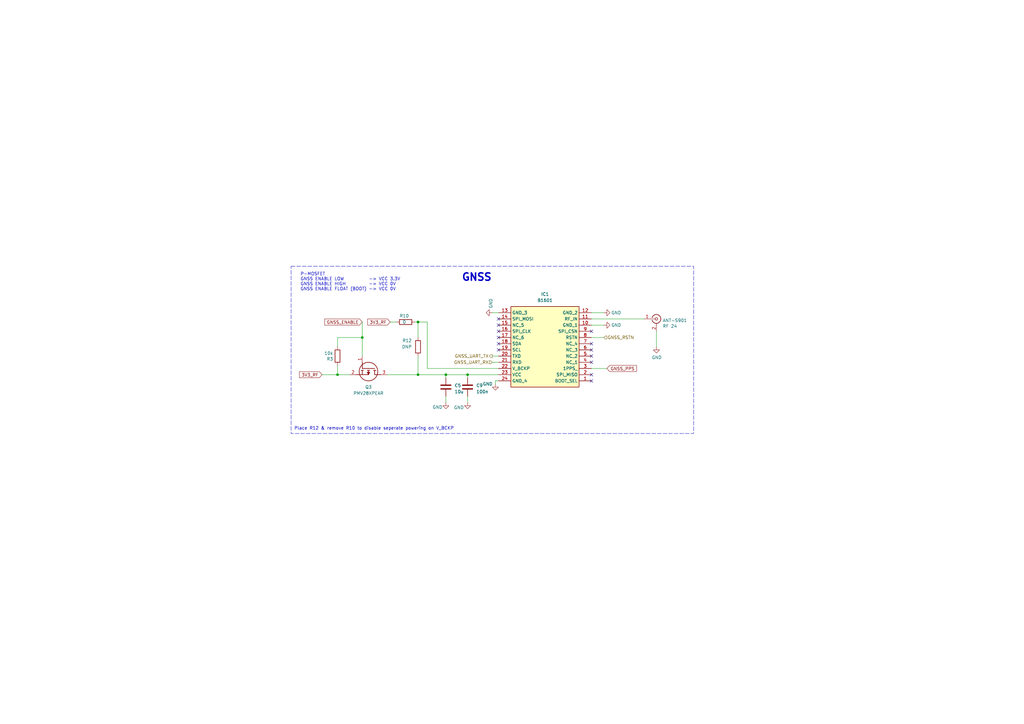
<source format=kicad_sch>
(kicad_sch
	(version 20231120)
	(generator "eeschema")
	(generator_version "8.0")
	(uuid "e76ed5b3-3300-4086-a950-0e5fe7abe0d2")
	(paper "A3")
	(title_block
		(title "SatNOGS COMMS")
		(date "2020-02-20")
		(comment 1 "CERN OHL version 1.2")
	)
	(lib_symbols
		(symbol "Connector:Conn_Coaxial"
			(pin_names
				(offset 1.016) hide)
			(exclude_from_sim no)
			(in_bom yes)
			(on_board yes)
			(property "Reference" "J"
				(at 0.254 3.048 0)
				(effects
					(font
						(size 1.27 1.27)
					)
				)
			)
			(property "Value" "Conn_Coaxial"
				(at 2.921 0 90)
				(effects
					(font
						(size 1.27 1.27)
					)
				)
			)
			(property "Footprint" ""
				(at 0 0 0)
				(effects
					(font
						(size 1.27 1.27)
					)
					(hide yes)
				)
			)
			(property "Datasheet" " ~"
				(at 0 0 0)
				(effects
					(font
						(size 1.27 1.27)
					)
					(hide yes)
				)
			)
			(property "Description" "coaxial connector (BNC, SMA, SMB, SMC, Cinch/RCA, LEMO, ...)"
				(at 0 0 0)
				(effects
					(font
						(size 1.27 1.27)
					)
					(hide yes)
				)
			)
			(property "ki_keywords" "BNC SMA SMB SMC LEMO coaxial connector CINCH RCA"
				(at 0 0 0)
				(effects
					(font
						(size 1.27 1.27)
					)
					(hide yes)
				)
			)
			(property "ki_fp_filters" "*BNC* *SMA* *SMB* *SMC* *Cinch* *LEMO*"
				(at 0 0 0)
				(effects
					(font
						(size 1.27 1.27)
					)
					(hide yes)
				)
			)
			(symbol "Conn_Coaxial_0_1"
				(arc
					(start -1.778 -0.508)
					(mid 0.2311 -1.8066)
					(end 1.778 0)
					(stroke
						(width 0.254)
						(type default)
					)
					(fill
						(type none)
					)
				)
				(polyline
					(pts
						(xy -2.54 0) (xy -0.508 0)
					)
					(stroke
						(width 0)
						(type default)
					)
					(fill
						(type none)
					)
				)
				(polyline
					(pts
						(xy 0 -2.54) (xy 0 -1.778)
					)
					(stroke
						(width 0)
						(type default)
					)
					(fill
						(type none)
					)
				)
				(circle
					(center 0 0)
					(radius 0.508)
					(stroke
						(width 0.2032)
						(type default)
					)
					(fill
						(type none)
					)
				)
				(arc
					(start 1.778 0)
					(mid 0.2099 1.8101)
					(end -1.778 0.508)
					(stroke
						(width 0.254)
						(type default)
					)
					(fill
						(type none)
					)
				)
			)
			(symbol "Conn_Coaxial_1_1"
				(pin passive line
					(at -5.08 0 0)
					(length 2.54)
					(name "In"
						(effects
							(font
								(size 1.27 1.27)
							)
						)
					)
					(number "1"
						(effects
							(font
								(size 1.27 1.27)
							)
						)
					)
				)
				(pin passive line
					(at 0 -5.08 90)
					(length 2.54)
					(name "Ext"
						(effects
							(font
								(size 1.27 1.27)
							)
						)
					)
					(number "2"
						(effects
							(font
								(size 1.27 1.27)
							)
						)
					)
				)
			)
		)
		(symbol "Device:C"
			(pin_numbers hide)
			(pin_names
				(offset 0.254)
			)
			(exclude_from_sim no)
			(in_bom yes)
			(on_board yes)
			(property "Reference" "C"
				(at 0.635 2.54 0)
				(effects
					(font
						(size 1.27 1.27)
					)
					(justify left)
				)
			)
			(property "Value" "C"
				(at 0.635 -2.54 0)
				(effects
					(font
						(size 1.27 1.27)
					)
					(justify left)
				)
			)
			(property "Footprint" ""
				(at 0.9652 -3.81 0)
				(effects
					(font
						(size 1.27 1.27)
					)
					(hide yes)
				)
			)
			(property "Datasheet" "~"
				(at 0 0 0)
				(effects
					(font
						(size 1.27 1.27)
					)
					(hide yes)
				)
			)
			(property "Description" "Unpolarized capacitor"
				(at 0 0 0)
				(effects
					(font
						(size 1.27 1.27)
					)
					(hide yes)
				)
			)
			(property "ki_keywords" "cap capacitor"
				(at 0 0 0)
				(effects
					(font
						(size 1.27 1.27)
					)
					(hide yes)
				)
			)
			(property "ki_fp_filters" "C_*"
				(at 0 0 0)
				(effects
					(font
						(size 1.27 1.27)
					)
					(hide yes)
				)
			)
			(symbol "C_0_1"
				(polyline
					(pts
						(xy -2.032 -0.762) (xy 2.032 -0.762)
					)
					(stroke
						(width 0.508)
						(type default)
					)
					(fill
						(type none)
					)
				)
				(polyline
					(pts
						(xy -2.032 0.762) (xy 2.032 0.762)
					)
					(stroke
						(width 0.508)
						(type default)
					)
					(fill
						(type none)
					)
				)
			)
			(symbol "C_1_1"
				(pin passive line
					(at 0 3.81 270)
					(length 2.794)
					(name "~"
						(effects
							(font
								(size 1.27 1.27)
							)
						)
					)
					(number "1"
						(effects
							(font
								(size 1.27 1.27)
							)
						)
					)
				)
				(pin passive line
					(at 0 -3.81 90)
					(length 2.794)
					(name "~"
						(effects
							(font
								(size 1.27 1.27)
							)
						)
					)
					(number "2"
						(effects
							(font
								(size 1.27 1.27)
							)
						)
					)
				)
			)
		)
		(symbol "Device:R"
			(pin_numbers hide)
			(pin_names
				(offset 0)
			)
			(exclude_from_sim no)
			(in_bom yes)
			(on_board yes)
			(property "Reference" "R"
				(at 2.032 0 90)
				(effects
					(font
						(size 1.27 1.27)
					)
				)
			)
			(property "Value" "R"
				(at 0 0 90)
				(effects
					(font
						(size 1.27 1.27)
					)
				)
			)
			(property "Footprint" ""
				(at -1.778 0 90)
				(effects
					(font
						(size 1.27 1.27)
					)
					(hide yes)
				)
			)
			(property "Datasheet" "~"
				(at 0 0 0)
				(effects
					(font
						(size 1.27 1.27)
					)
					(hide yes)
				)
			)
			(property "Description" "Resistor"
				(at 0 0 0)
				(effects
					(font
						(size 1.27 1.27)
					)
					(hide yes)
				)
			)
			(property "ki_keywords" "R res resistor"
				(at 0 0 0)
				(effects
					(font
						(size 1.27 1.27)
					)
					(hide yes)
				)
			)
			(property "ki_fp_filters" "R_*"
				(at 0 0 0)
				(effects
					(font
						(size 1.27 1.27)
					)
					(hide yes)
				)
			)
			(symbol "R_0_1"
				(rectangle
					(start -1.016 -2.54)
					(end 1.016 2.54)
					(stroke
						(width 0.254)
						(type default)
					)
					(fill
						(type none)
					)
				)
			)
			(symbol "R_1_1"
				(pin passive line
					(at 0 3.81 270)
					(length 1.27)
					(name "~"
						(effects
							(font
								(size 1.27 1.27)
							)
						)
					)
					(number "1"
						(effects
							(font
								(size 1.27 1.27)
							)
						)
					)
				)
				(pin passive line
					(at 0 -3.81 90)
					(length 1.27)
					(name "~"
						(effects
							(font
								(size 1.27 1.27)
							)
						)
					)
					(number "2"
						(effects
							(font
								(size 1.27 1.27)
							)
						)
					)
				)
			)
		)
		(symbol "PMV28XPEAR:PMV28XPEAR"
			(pin_names hide)
			(exclude_from_sim no)
			(in_bom yes)
			(on_board yes)
			(property "Reference" "Q"
				(at 11.43 3.81 0)
				(effects
					(font
						(size 1.27 1.27)
					)
					(justify left top)
				)
			)
			(property "Value" "PMV28XPEAR"
				(at 11.43 1.27 0)
				(effects
					(font
						(size 1.27 1.27)
					)
					(justify left top)
				)
			)
			(property "Footprint" "SOT95P230X110-3N"
				(at 11.43 -98.73 0)
				(effects
					(font
						(size 1.27 1.27)
					)
					(justify left top)
					(hide yes)
				)
			)
			(property "Datasheet" "https://assets.nexperia.com/documents/data-sheet/PMV28XPEA.pdf"
				(at 11.43 -198.73 0)
				(effects
					(font
						(size 1.27 1.27)
					)
					(justify left top)
					(hide yes)
				)
			)
			(property "Description" "MOSFET MOS DISCRETES"
				(at 0 0 0)
				(effects
					(font
						(size 1.27 1.27)
					)
					(hide yes)
				)
			)
			(property "Height" "1.1"
				(at 11.43 -398.73 0)
				(effects
					(font
						(size 1.27 1.27)
					)
					(justify left top)
					(hide yes)
				)
			)
			(property "Mouser Part Number" "771-PMV28XPEAR"
				(at 11.43 -498.73 0)
				(effects
					(font
						(size 1.27 1.27)
					)
					(justify left top)
					(hide yes)
				)
			)
			(property "Mouser Price/Stock" "https://www.mouser.co.uk/ProductDetail/Nexperia/PMV28XPEAR?qs=W%2FMpXkg%252BdQ6VcRCVGMTksA%3D%3D"
				(at 11.43 -598.73 0)
				(effects
					(font
						(size 1.27 1.27)
					)
					(justify left top)
					(hide yes)
				)
			)
			(property "Manufacturer_Name" "Nexperia"
				(at 11.43 -698.73 0)
				(effects
					(font
						(size 1.27 1.27)
					)
					(justify left top)
					(hide yes)
				)
			)
			(property "Manufacturer_Part_Number" "PMV28XPEAR"
				(at 11.43 -798.73 0)
				(effects
					(font
						(size 1.27 1.27)
					)
					(justify left top)
					(hide yes)
				)
			)
			(symbol "PMV28XPEAR_1_1"
				(polyline
					(pts
						(xy 2.54 0) (xy 5.08 0)
					)
					(stroke
						(width 0.254)
						(type default)
					)
					(fill
						(type none)
					)
				)
				(polyline
					(pts
						(xy 5.08 5.08) (xy 5.08 0)
					)
					(stroke
						(width 0.254)
						(type default)
					)
					(fill
						(type none)
					)
				)
				(polyline
					(pts
						(xy 5.842 -0.508) (xy 5.842 0.508)
					)
					(stroke
						(width 0.254)
						(type default)
					)
					(fill
						(type none)
					)
				)
				(polyline
					(pts
						(xy 5.842 0) (xy 7.62 0)
					)
					(stroke
						(width 0.254)
						(type default)
					)
					(fill
						(type none)
					)
				)
				(polyline
					(pts
						(xy 5.842 2.032) (xy 5.842 3.048)
					)
					(stroke
						(width 0.254)
						(type default)
					)
					(fill
						(type none)
					)
				)
				(polyline
					(pts
						(xy 5.842 5.588) (xy 5.842 4.572)
					)
					(stroke
						(width 0.254)
						(type default)
					)
					(fill
						(type none)
					)
				)
				(polyline
					(pts
						(xy 7.62 2.54) (xy 5.842 2.54)
					)
					(stroke
						(width 0.254)
						(type default)
					)
					(fill
						(type none)
					)
				)
				(polyline
					(pts
						(xy 7.62 2.54) (xy 7.62 -2.54)
					)
					(stroke
						(width 0.254)
						(type default)
					)
					(fill
						(type none)
					)
				)
				(polyline
					(pts
						(xy 7.62 5.08) (xy 5.842 5.08)
					)
					(stroke
						(width 0.254)
						(type default)
					)
					(fill
						(type none)
					)
				)
				(polyline
					(pts
						(xy 7.62 5.08) (xy 7.62 7.62)
					)
					(stroke
						(width 0.254)
						(type default)
					)
					(fill
						(type none)
					)
				)
				(polyline
					(pts
						(xy 7.62 2.54) (xy 6.604 3.048) (xy 6.604 2.032) (xy 7.62 2.54)
					)
					(stroke
						(width 0.254)
						(type default)
					)
					(fill
						(type outline)
					)
				)
				(circle
					(center 6.35 2.54)
					(radius 3.81)
					(stroke
						(width 0.254)
						(type default)
					)
					(fill
						(type none)
					)
				)
				(pin passive line
					(at 0 0 0)
					(length 2.54)
					(name "G"
						(effects
							(font
								(size 1.27 1.27)
							)
						)
					)
					(number "1"
						(effects
							(font
								(size 1.27 1.27)
							)
						)
					)
				)
				(pin passive line
					(at 7.62 -5.08 90)
					(length 2.54)
					(name "S"
						(effects
							(font
								(size 1.27 1.27)
							)
						)
					)
					(number "2"
						(effects
							(font
								(size 1.27 1.27)
							)
						)
					)
				)
				(pin passive line
					(at 7.62 10.16 270)
					(length 2.54)
					(name "D"
						(effects
							(font
								(size 1.27 1.27)
							)
						)
					)
					(number "3"
						(effects
							(font
								(size 1.27 1.27)
							)
						)
					)
				)
			)
		)
		(symbol "orion-b16:B1601"
			(exclude_from_sim no)
			(in_bom yes)
			(on_board yes)
			(property "Reference" "IC"
				(at 34.29 7.62 0)
				(effects
					(font
						(size 1.27 1.27)
					)
					(justify left top)
				)
			)
			(property "Value" "B1601"
				(at 34.29 5.08 0)
				(effects
					(font
						(size 1.27 1.27)
					)
					(justify left top)
				)
			)
			(property "Footprint" "B1601"
				(at 34.29 -94.92 0)
				(effects
					(font
						(size 1.27 1.27)
					)
					(justify left top)
					(hide yes)
				)
			)
			(property "Datasheet" "http://navspark.mybigcommerce.com/content/Orion_B16_DS.pdf"
				(at 34.29 -194.92 0)
				(effects
					(font
						(size 1.27 1.27)
					)
					(justify left top)
					(hide yes)
				)
			)
			(property "Description" "High Performance L1 Quad Constellation GNSS Receiver Module  for Low Earth Orbit Application"
				(at 0 0 0)
				(effects
					(font
						(size 1.27 1.27)
					)
					(hide yes)
				)
			)
			(property "Height" "2.9"
				(at 34.29 -394.92 0)
				(effects
					(font
						(size 1.27 1.27)
					)
					(justify left top)
					(hide yes)
				)
			)
			(property "Manufacturer_Name" "Orion"
				(at 34.29 -494.92 0)
				(effects
					(font
						(size 1.27 1.27)
					)
					(justify left top)
					(hide yes)
				)
			)
			(property "Manufacturer_Part_Number" "B16‐01"
				(at 34.29 -594.92 0)
				(effects
					(font
						(size 1.27 1.27)
					)
					(justify left top)
					(hide yes)
				)
			)
			(property "Mouser Part Number" ""
				(at 34.29 -694.92 0)
				(effects
					(font
						(size 1.27 1.27)
					)
					(justify left top)
					(hide yes)
				)
			)
			(property "Mouser Price/Stock" ""
				(at 34.29 -794.92 0)
				(effects
					(font
						(size 1.27 1.27)
					)
					(justify left top)
					(hide yes)
				)
			)
			(property "Arrow Part Number" ""
				(at 34.29 -894.92 0)
				(effects
					(font
						(size 1.27 1.27)
					)
					(justify left top)
					(hide yes)
				)
			)
			(property "Arrow Price/Stock" ""
				(at 34.29 -994.92 0)
				(effects
					(font
						(size 1.27 1.27)
					)
					(justify left top)
					(hide yes)
				)
			)
			(symbol "B1601_1_1"
				(rectangle
					(start 5.08 2.54)
					(end 33.02 -30.48)
					(stroke
						(width 0.254)
						(type default)
					)
					(fill
						(type background)
					)
				)
				(pin passive line
					(at 38.1 -27.94 180)
					(length 5.08)
					(name "BOOT_SEL"
						(effects
							(font
								(size 1.27 1.27)
							)
						)
					)
					(number "1"
						(effects
							(font
								(size 1.27 1.27)
							)
						)
					)
				)
				(pin passive line
					(at 38.1 -5.08 180)
					(length 5.08)
					(name "GND_1"
						(effects
							(font
								(size 1.27 1.27)
							)
						)
					)
					(number "10"
						(effects
							(font
								(size 1.27 1.27)
							)
						)
					)
				)
				(pin passive line
					(at 38.1 -2.54 180)
					(length 5.08)
					(name "RF_IN"
						(effects
							(font
								(size 1.27 1.27)
							)
						)
					)
					(number "11"
						(effects
							(font
								(size 1.27 1.27)
							)
						)
					)
				)
				(pin passive line
					(at 38.1 0 180)
					(length 5.08)
					(name "GND_2"
						(effects
							(font
								(size 1.27 1.27)
							)
						)
					)
					(number "12"
						(effects
							(font
								(size 1.27 1.27)
							)
						)
					)
				)
				(pin passive line
					(at 0 0 0)
					(length 5.08)
					(name "GND_3"
						(effects
							(font
								(size 1.27 1.27)
							)
						)
					)
					(number "13"
						(effects
							(font
								(size 1.27 1.27)
							)
						)
					)
				)
				(pin passive line
					(at 0 -2.54 0)
					(length 5.08)
					(name "SPI_MOSI"
						(effects
							(font
								(size 1.27 1.27)
							)
						)
					)
					(number "14"
						(effects
							(font
								(size 1.27 1.27)
							)
						)
					)
				)
				(pin passive line
					(at 0 -5.08 0)
					(length 5.08)
					(name "NC_5"
						(effects
							(font
								(size 1.27 1.27)
							)
						)
					)
					(number "15"
						(effects
							(font
								(size 1.27 1.27)
							)
						)
					)
				)
				(pin passive line
					(at 0 -7.62 0)
					(length 5.08)
					(name "SPI_CLK"
						(effects
							(font
								(size 1.27 1.27)
							)
						)
					)
					(number "16"
						(effects
							(font
								(size 1.27 1.27)
							)
						)
					)
				)
				(pin passive line
					(at 0 -10.16 0)
					(length 5.08)
					(name "NC_6"
						(effects
							(font
								(size 1.27 1.27)
							)
						)
					)
					(number "17"
						(effects
							(font
								(size 1.27 1.27)
							)
						)
					)
				)
				(pin passive line
					(at 0 -12.7 0)
					(length 5.08)
					(name "SDA"
						(effects
							(font
								(size 1.27 1.27)
							)
						)
					)
					(number "18"
						(effects
							(font
								(size 1.27 1.27)
							)
						)
					)
				)
				(pin passive line
					(at 0 -15.24 0)
					(length 5.08)
					(name "SCL"
						(effects
							(font
								(size 1.27 1.27)
							)
						)
					)
					(number "19"
						(effects
							(font
								(size 1.27 1.27)
							)
						)
					)
				)
				(pin passive line
					(at 38.1 -25.4 180)
					(length 5.08)
					(name "SPI_MISO"
						(effects
							(font
								(size 1.27 1.27)
							)
						)
					)
					(number "2"
						(effects
							(font
								(size 1.27 1.27)
							)
						)
					)
				)
				(pin passive line
					(at 0 -17.78 0)
					(length 5.08)
					(name "TXD"
						(effects
							(font
								(size 1.27 1.27)
							)
						)
					)
					(number "20"
						(effects
							(font
								(size 1.27 1.27)
							)
						)
					)
				)
				(pin passive line
					(at 0 -20.32 0)
					(length 5.08)
					(name "RXD"
						(effects
							(font
								(size 1.27 1.27)
							)
						)
					)
					(number "21"
						(effects
							(font
								(size 1.27 1.27)
							)
						)
					)
				)
				(pin passive line
					(at 0 -22.86 0)
					(length 5.08)
					(name "V_BCKP"
						(effects
							(font
								(size 1.27 1.27)
							)
						)
					)
					(number "22"
						(effects
							(font
								(size 1.27 1.27)
							)
						)
					)
				)
				(pin passive line
					(at 0 -25.4 0)
					(length 5.08)
					(name "VCC"
						(effects
							(font
								(size 1.27 1.27)
							)
						)
					)
					(number "23"
						(effects
							(font
								(size 1.27 1.27)
							)
						)
					)
				)
				(pin passive line
					(at 0 -27.94 0)
					(length 5.08)
					(name "GND_4"
						(effects
							(font
								(size 1.27 1.27)
							)
						)
					)
					(number "24"
						(effects
							(font
								(size 1.27 1.27)
							)
						)
					)
				)
				(pin passive line
					(at 38.1 -22.86 180)
					(length 5.08)
					(name "1PPS_"
						(effects
							(font
								(size 1.27 1.27)
							)
						)
					)
					(number "3"
						(effects
							(font
								(size 1.27 1.27)
							)
						)
					)
				)
				(pin passive line
					(at 38.1 -20.32 180)
					(length 5.08)
					(name "NC_1"
						(effects
							(font
								(size 1.27 1.27)
							)
						)
					)
					(number "4"
						(effects
							(font
								(size 1.27 1.27)
							)
						)
					)
				)
				(pin passive line
					(at 38.1 -17.78 180)
					(length 5.08)
					(name "NC_2"
						(effects
							(font
								(size 1.27 1.27)
							)
						)
					)
					(number "5"
						(effects
							(font
								(size 1.27 1.27)
							)
						)
					)
				)
				(pin passive line
					(at 38.1 -15.24 180)
					(length 5.08)
					(name "NC_3"
						(effects
							(font
								(size 1.27 1.27)
							)
						)
					)
					(number "6"
						(effects
							(font
								(size 1.27 1.27)
							)
						)
					)
				)
				(pin passive line
					(at 38.1 -12.7 180)
					(length 5.08)
					(name "NC_4"
						(effects
							(font
								(size 1.27 1.27)
							)
						)
					)
					(number "7"
						(effects
							(font
								(size 1.27 1.27)
							)
						)
					)
				)
				(pin passive line
					(at 38.1 -10.16 180)
					(length 5.08)
					(name "RSTN"
						(effects
							(font
								(size 1.27 1.27)
							)
						)
					)
					(number "8"
						(effects
							(font
								(size 1.27 1.27)
							)
						)
					)
				)
				(pin passive line
					(at 38.1 -7.62 180)
					(length 5.08)
					(name "SPI_CSN"
						(effects
							(font
								(size 1.27 1.27)
							)
						)
					)
					(number "9"
						(effects
							(font
								(size 1.27 1.27)
							)
						)
					)
				)
			)
		)
		(symbol "power:GND"
			(power)
			(pin_names
				(offset 0)
			)
			(exclude_from_sim no)
			(in_bom yes)
			(on_board yes)
			(property "Reference" "#PWR"
				(at 0 -6.35 0)
				(effects
					(font
						(size 1.27 1.27)
					)
					(hide yes)
				)
			)
			(property "Value" "GND"
				(at 0 -3.81 0)
				(effects
					(font
						(size 1.27 1.27)
					)
				)
			)
			(property "Footprint" ""
				(at 0 0 0)
				(effects
					(font
						(size 1.27 1.27)
					)
					(hide yes)
				)
			)
			(property "Datasheet" ""
				(at 0 0 0)
				(effects
					(font
						(size 1.27 1.27)
					)
					(hide yes)
				)
			)
			(property "Description" "Power symbol creates a global label with name \"GND\" , ground"
				(at 0 0 0)
				(effects
					(font
						(size 1.27 1.27)
					)
					(hide yes)
				)
			)
			(property "ki_keywords" "global power"
				(at 0 0 0)
				(effects
					(font
						(size 1.27 1.27)
					)
					(hide yes)
				)
			)
			(symbol "GND_0_1"
				(polyline
					(pts
						(xy 0 0) (xy 0 -1.27) (xy 1.27 -1.27) (xy 0 -2.54) (xy -1.27 -1.27) (xy 0 -1.27)
					)
					(stroke
						(width 0)
						(type default)
					)
					(fill
						(type none)
					)
				)
			)
			(symbol "GND_1_1"
				(pin power_in line
					(at 0 0 270)
					(length 0) hide
					(name "GND"
						(effects
							(font
								(size 1.27 1.27)
							)
						)
					)
					(number "1"
						(effects
							(font
								(size 1.27 1.27)
							)
						)
					)
				)
			)
		)
	)
	(junction
		(at 182.88 153.67)
		(diameter 0)
		(color 0 0 0 0)
		(uuid "22e91dfb-5eff-491d-91b4-fa5dca64a077")
	)
	(junction
		(at 148.59 138.43)
		(diameter 0)
		(color 0 0 0 0)
		(uuid "340b02ce-7935-41e4-a250-dae204c39dac")
	)
	(junction
		(at 171.45 132.08)
		(diameter 0)
		(color 0 0 0 0)
		(uuid "4c59d288-8ecf-45c8-8434-6218cc7500bc")
	)
	(junction
		(at 171.45 153.67)
		(diameter 0)
		(color 0 0 0 0)
		(uuid "9ed847bc-11d1-4dc2-8361-ea05c7b9e906")
	)
	(junction
		(at 191.77 153.67)
		(diameter 0)
		(color 0 0 0 0)
		(uuid "b74d5f4a-8e47-491b-a47b-8c47fc6de416")
	)
	(junction
		(at 138.43 153.67)
		(diameter 0)
		(color 0 0 0 0)
		(uuid "ebb4b5d0-0929-44ff-a254-d421e34d988e")
	)
	(no_connect
		(at 204.47 130.81)
		(uuid "015027a2-617f-44e4-a5ef-e5d1028b43d3")
	)
	(no_connect
		(at 204.47 135.89)
		(uuid "2cba0660-fd32-485e-aafb-660d346294bc")
	)
	(no_connect
		(at 242.57 140.97)
		(uuid "2ea16399-09a6-48fd-9d1d-243c81283e5a")
	)
	(no_connect
		(at 204.47 143.51)
		(uuid "31c49c7d-2472-48d9-b45c-40a042e8682f")
	)
	(no_connect
		(at 242.57 146.05)
		(uuid "390aeafa-7308-482d-a3a4-45af2ac528ee")
	)
	(no_connect
		(at 242.57 135.89)
		(uuid "3d2ea368-0206-4f9a-ad22-0b7606599d96")
	)
	(no_connect
		(at 204.47 138.43)
		(uuid "83d14284-b6f3-4aa7-8c5d-d2d8138f0840")
	)
	(no_connect
		(at 204.47 140.97)
		(uuid "92ed977a-1054-4eb6-9208-0d53334e5b68")
	)
	(no_connect
		(at 242.57 153.67)
		(uuid "9dd02407-4780-4510-90a1-3cd65441c5f5")
	)
	(no_connect
		(at 242.57 148.59)
		(uuid "bbd8f3cb-a86b-4670-8924-ad412bddc5e5")
	)
	(no_connect
		(at 204.47 133.35)
		(uuid "dd1da956-98ce-4e2e-b7e3-15c545f58e6e")
	)
	(no_connect
		(at 242.57 143.51)
		(uuid "e2c2b760-a8eb-440d-9bf8-4884049ac3e2")
	)
	(no_connect
		(at 242.57 156.21)
		(uuid "f8c18b7c-577c-4a0f-a71a-38763573d6ce")
	)
	(wire
		(pts
			(xy 138.43 138.43) (xy 148.59 138.43)
		)
		(stroke
			(width 0)
			(type default)
		)
		(uuid "069fd26d-1a8d-43d2-93d3-17cf0f02270a")
	)
	(wire
		(pts
			(xy 191.77 162.56) (xy 191.77 165.1)
		)
		(stroke
			(width 0)
			(type default)
		)
		(uuid "0fd95cd7-daf3-49ae-bd63-a5802981dedf")
	)
	(wire
		(pts
			(xy 204.47 146.05) (xy 201.93 146.05)
		)
		(stroke
			(width 0)
			(type default)
		)
		(uuid "107d5876-d744-4db8-8293-95b52215ab48")
	)
	(wire
		(pts
			(xy 175.26 132.08) (xy 171.45 132.08)
		)
		(stroke
			(width 0)
			(type default)
		)
		(uuid "1328d78c-1ac8-41c6-9bcd-011f02698c4c")
	)
	(wire
		(pts
			(xy 171.45 146.05) (xy 171.45 153.67)
		)
		(stroke
			(width 0)
			(type default)
		)
		(uuid "150a8f3f-f2c4-44f1-ab04-570e87b9bdfc")
	)
	(wire
		(pts
			(xy 203.2 156.21) (xy 204.47 156.21)
		)
		(stroke
			(width 0)
			(type default)
		)
		(uuid "1b6a1fdc-360e-42d5-a101-6f91bc98aa90")
	)
	(wire
		(pts
			(xy 242.57 133.35) (xy 247.65 133.35)
		)
		(stroke
			(width 0)
			(type default)
		)
		(uuid "1ba62c29-9887-4c8a-99ba-b8d8c2bedb67")
	)
	(wire
		(pts
			(xy 158.75 153.67) (xy 171.45 153.67)
		)
		(stroke
			(width 0)
			(type default)
		)
		(uuid "2347bbb6-4d5a-40f1-bd64-eca8eeba27c0")
	)
	(wire
		(pts
			(xy 170.18 132.08) (xy 171.45 132.08)
		)
		(stroke
			(width 0)
			(type default)
		)
		(uuid "2983291a-f0ee-4d5d-a109-d21af172fabd")
	)
	(wire
		(pts
			(xy 242.57 138.43) (xy 247.65 138.43)
		)
		(stroke
			(width 0)
			(type default)
		)
		(uuid "2cef36a7-4313-4c10-8932-94113e82c98e")
	)
	(wire
		(pts
			(xy 204.47 148.59) (xy 201.93 148.59)
		)
		(stroke
			(width 0)
			(type default)
		)
		(uuid "3a174e78-68af-44b3-81f5-e57a40013b75")
	)
	(wire
		(pts
			(xy 182.88 153.67) (xy 182.88 154.94)
		)
		(stroke
			(width 0)
			(type default)
		)
		(uuid "435bb463-fb44-4c77-b489-140a1ea81db5")
	)
	(wire
		(pts
			(xy 171.45 132.08) (xy 171.45 138.43)
		)
		(stroke
			(width 0)
			(type default)
		)
		(uuid "4d2ccf19-1f92-4c42-b82d-7ffe0bb9308a")
	)
	(wire
		(pts
			(xy 242.57 128.27) (xy 247.65 128.27)
		)
		(stroke
			(width 0)
			(type default)
		)
		(uuid "5814d82f-8604-46e6-9df9-5c439b13cad9")
	)
	(wire
		(pts
			(xy 132.08 153.67) (xy 138.43 153.67)
		)
		(stroke
			(width 0)
			(type default)
		)
		(uuid "5bdecbbf-b444-4bd5-accf-0b9544bf550f")
	)
	(wire
		(pts
			(xy 269.24 135.89) (xy 269.24 142.24)
		)
		(stroke
			(width 0)
			(type default)
		)
		(uuid "5cfef867-dff5-4abc-9cf1-6fa8f45eaef2")
	)
	(wire
		(pts
			(xy 148.59 138.43) (xy 148.59 146.05)
		)
		(stroke
			(width 0)
			(type default)
		)
		(uuid "6c0e1442-1e69-4962-9c7d-154c16ab24e6")
	)
	(wire
		(pts
			(xy 248.92 151.13) (xy 242.57 151.13)
		)
		(stroke
			(width 0)
			(type default)
		)
		(uuid "727364f7-c4f6-466d-96cc-91d7a97a4882")
	)
	(wire
		(pts
			(xy 160.02 132.08) (xy 162.56 132.08)
		)
		(stroke
			(width 0)
			(type default)
		)
		(uuid "8461ed99-87f0-4b74-95cc-97e389c74095")
	)
	(wire
		(pts
			(xy 204.47 151.13) (xy 175.26 151.13)
		)
		(stroke
			(width 0)
			(type default)
		)
		(uuid "84aa5ff1-0933-4fae-baac-07ca971eaf0d")
	)
	(wire
		(pts
			(xy 191.77 153.67) (xy 182.88 153.67)
		)
		(stroke
			(width 0)
			(type default)
		)
		(uuid "87e9edf8-978b-41a3-aff6-ff2b9ca7903c")
	)
	(wire
		(pts
			(xy 138.43 153.67) (xy 143.51 153.67)
		)
		(stroke
			(width 0)
			(type default)
		)
		(uuid "8b9f6c5f-cde0-47d6-9a98-f9ff6e2e4efe")
	)
	(wire
		(pts
			(xy 201.93 128.27) (xy 204.47 128.27)
		)
		(stroke
			(width 0)
			(type default)
		)
		(uuid "928e7c39-f08e-4855-8c53-472986d84a5e")
	)
	(wire
		(pts
			(xy 203.2 157.48) (xy 203.2 156.21)
		)
		(stroke
			(width 0)
			(type default)
		)
		(uuid "98245e26-dc66-4edc-bc5f-f32c7323976e")
	)
	(wire
		(pts
			(xy 138.43 149.86) (xy 138.43 153.67)
		)
		(stroke
			(width 0)
			(type default)
		)
		(uuid "aa2f05e9-2825-45f2-8169-d798039bc77f")
	)
	(wire
		(pts
			(xy 148.59 132.08) (xy 148.59 138.43)
		)
		(stroke
			(width 0)
			(type default)
		)
		(uuid "ac7236e7-21f9-439b-b420-3f86e12e77f2")
	)
	(wire
		(pts
			(xy 138.43 142.24) (xy 138.43 138.43)
		)
		(stroke
			(width 0)
			(type default)
		)
		(uuid "d09fa856-f3d3-46b7-bb3a-22e25ba5f7dc")
	)
	(wire
		(pts
			(xy 175.26 151.13) (xy 175.26 132.08)
		)
		(stroke
			(width 0)
			(type default)
		)
		(uuid "d2c69958-f913-4cd6-8bb5-5bae3900df25")
	)
	(wire
		(pts
			(xy 191.77 153.67) (xy 204.47 153.67)
		)
		(stroke
			(width 0)
			(type default)
		)
		(uuid "d62e0545-9178-4f7a-a951-55bede3e1ce8")
	)
	(wire
		(pts
			(xy 182.88 162.56) (xy 182.88 165.1)
		)
		(stroke
			(width 0)
			(type default)
		)
		(uuid "e315272f-db98-4467-97af-4a730364d977")
	)
	(wire
		(pts
			(xy 191.77 153.67) (xy 191.77 154.94)
		)
		(stroke
			(width 0)
			(type default)
		)
		(uuid "e45eb987-ace6-4eb1-a12f-a9a3ebfd0394")
	)
	(wire
		(pts
			(xy 171.45 153.67) (xy 182.88 153.67)
		)
		(stroke
			(width 0)
			(type default)
		)
		(uuid "f15a904f-664b-4bd6-9d0b-154dd2979565")
	)
	(wire
		(pts
			(xy 242.57 130.81) (xy 264.16 130.81)
		)
		(stroke
			(width 0)
			(type default)
		)
		(uuid "f87f324d-f112-4dd7-aa02-aca72d4aad63")
	)
	(rectangle
		(start 119.38 109.22)
		(end 284.48 177.8)
		(stroke
			(width 0)
			(type dash)
		)
		(fill
			(type none)
		)
		(uuid 998697ba-1e25-44b6-9d0a-ab390d4841ef)
	)
	(text "Place R12 & remove R10 to disable seperate powering on V_BCKP"
		(exclude_from_sim no)
		(at 120.65 176.53 0)
		(effects
			(font
				(size 1.27 1.27)
			)
			(justify left bottom)
		)
		(uuid "1bada610-4982-4a31-8a98-b43fb7129edb")
	)
	(text "GNSS"
		(exclude_from_sim no)
		(at 189.23 115.57 0)
		(effects
			(font
				(size 3 3)
				(thickness 0.6)
				(bold yes)
			)
			(justify left bottom)
		)
		(uuid "50e2bb6f-1607-4d0a-a67f-7eaac729ff22")
	)
	(text "P-MOSFET\nGNSS ENABLE LOW  	   -> VCC 3.3V\nGNSS ENABLE HIGH 	   -> VCC 0V\nGNSS ENABLE FLOAT (BOOT) -> VCC 0V"
		(exclude_from_sim no)
		(at 123.19 119.38 0)
		(effects
			(font
				(size 1.27 1.27)
			)
			(justify left bottom)
		)
		(uuid "58bc146b-7b79-4faa-94a0-ce4bced3d6c1")
	)
	(global_label "GNSS_PPS"
		(shape input)
		(at 248.92 151.13 0)
		(fields_autoplaced yes)
		(effects
			(font
				(size 1.27 1.27)
			)
			(justify left)
		)
		(uuid "477da2e6-c6f4-473d-abb3-11e208730743")
		(property "Intersheetrefs" "${INTERSHEET_REFS}"
			(at 260.9876 151.13 0)
			(effects
				(font
					(size 1.27 1.27)
				)
				(justify left)
				(hide yes)
			)
		)
	)
	(global_label "3V3_RF"
		(shape input)
		(at 132.08 153.67 180)
		(fields_autoplaced yes)
		(effects
			(font
				(size 1.27 1.27)
			)
			(justify right)
		)
		(uuid "51425ae5-459e-426e-920d-6fcba79a7412")
		(property "Intersheetrefs" "${INTERSHEET_REFS}"
			(at 122.9946 153.67 0)
			(effects
				(font
					(size 1.27 1.27)
				)
				(justify right)
				(hide yes)
			)
		)
	)
	(global_label "3V3_RF"
		(shape input)
		(at 160.02 132.08 180)
		(fields_autoplaced yes)
		(effects
			(font
				(size 1.27 1.27)
			)
			(justify right)
		)
		(uuid "d04a9c88-6fc3-49fa-80c9-d685e5830247")
		(property "Intersheetrefs" "${INTERSHEET_REFS}"
			(at 150.9346 132.08 0)
			(effects
				(font
					(size 1.27 1.27)
				)
				(justify right)
				(hide yes)
			)
		)
	)
	(global_label "GNSS_ENABLE"
		(shape input)
		(at 148.59 132.08 180)
		(fields_autoplaced yes)
		(effects
			(font
				(size 1.27 1.27)
			)
			(justify right)
		)
		(uuid "d67a15e7-0783-40de-872c-c0db77f04a04")
		(property "Intersheetrefs" "${INTERSHEET_REFS}"
			(at 133.2567 132.08 0)
			(effects
				(font
					(size 1.27 1.27)
				)
				(justify right)
				(hide yes)
			)
		)
	)
	(hierarchical_label "GNSS_RSTN"
		(shape input)
		(at 247.65 138.43 0)
		(fields_autoplaced yes)
		(effects
			(font
				(size 1.27 1.27)
			)
			(justify left)
		)
		(uuid "66d979e5-ffc3-44b9-bc5c-b0ea3d659512")
	)
	(hierarchical_label "GNSS_UART_RX"
		(shape input)
		(at 201.93 148.59 180)
		(fields_autoplaced yes)
		(effects
			(font
				(size 1.27 1.27)
			)
			(justify right)
		)
		(uuid "8c1739cc-0a76-4379-924b-34a1c2ae39b3")
	)
	(hierarchical_label "GNSS_UART_TX"
		(shape output)
		(at 201.93 146.05 180)
		(fields_autoplaced yes)
		(effects
			(font
				(size 1.27 1.27)
			)
			(justify right)
		)
		(uuid "f5cd2558-1fa9-4e56-8c8f-752060e94783")
	)
	(symbol
		(lib_id "Connector:Conn_Coaxial")
		(at 269.24 130.81 0)
		(unit 1)
		(exclude_from_sim yes)
		(in_bom yes)
		(on_board yes)
		(dnp no)
		(uuid "00000000-0000-0000-0000-00005ebab6bf")
		(property "Reference" "ANT-S901"
			(at 271.78 131.445 0)
			(effects
				(font
					(size 1.27 1.27)
				)
				(justify left)
			)
		)
		(property "Value" "RF 24"
			(at 271.78 133.7564 0)
			(effects
				(font
					(size 1.27 1.27)
				)
				(justify left)
			)
		)
		(property "Footprint" "Connector_Coaxial:MMCX_Molex_73415-0961_Horizontal_1.6mm-PCB"
			(at 269.24 130.81 0)
			(effects
				(font
					(size 1.27 1.27)
				)
				(hide yes)
			)
		)
		(property "Datasheet" " ~"
			(at 269.24 130.81 0)
			(effects
				(font
					(size 1.27 1.27)
				)
				(hide yes)
			)
		)
		(property "Description" ""
			(at 269.24 130.81 0)
			(effects
				(font
					(size 1.27 1.27)
				)
				(hide yes)
			)
		)
		(property "Mnf." "Molex"
			(at 269.24 130.81 0)
			(effects
				(font
					(size 1.27 1.27)
				)
				(hide yes)
			)
		)
		(property "PartNumber" "73415-0961"
			(at 269.24 130.81 0)
			(effects
				(font
					(size 1.27 1.27)
				)
				(hide yes)
			)
		)
		(pin "1"
			(uuid "a39acbdd-b7c4-467d-9ba4-f5735f694998")
		)
		(pin "2"
			(uuid "ef5b6043-84d8-4216-bc72-6a5311dcda8c")
		)
		(instances
			(project "satnogs-comms"
				(path "/e315fb88-f764-4ec7-a92b-006692d5e26f/00000000-0000-0000-0000-00005e50dec8/00000000-0000-0000-0000-00005ebaad2d"
					(reference "ANT-S901")
					(unit 1)
				)
			)
		)
	)
	(symbol
		(lib_id "power:GND")
		(at 269.24 142.24 0)
		(unit 1)
		(exclude_from_sim no)
		(in_bom yes)
		(on_board yes)
		(dnp no)
		(uuid "00000000-0000-0000-0000-00005f3fbc67")
		(property "Reference" "#PWR0965"
			(at 269.24 148.59 0)
			(effects
				(font
					(size 1.27 1.27)
				)
				(hide yes)
			)
		)
		(property "Value" "GND"
			(at 269.367 146.6342 0)
			(effects
				(font
					(size 1.27 1.27)
				)
			)
		)
		(property "Footprint" ""
			(at 269.24 142.24 0)
			(effects
				(font
					(size 1.27 1.27)
				)
				(hide yes)
			)
		)
		(property "Datasheet" ""
			(at 269.24 142.24 0)
			(effects
				(font
					(size 1.27 1.27)
				)
				(hide yes)
			)
		)
		(property "Description" ""
			(at 269.24 142.24 0)
			(effects
				(font
					(size 1.27 1.27)
				)
				(hide yes)
			)
		)
		(pin "1"
			(uuid "375a38c1-453c-41f4-ab77-6dd12b7dca22")
		)
		(instances
			(project "satnogs-comms"
				(path "/e315fb88-f764-4ec7-a92b-006692d5e26f/00000000-0000-0000-0000-00005e50dec8/00000000-0000-0000-0000-00005ebaad2d"
					(reference "#PWR0965")
					(unit 1)
				)
			)
		)
	)
	(symbol
		(lib_id "Device:R")
		(at 171.45 142.24 180)
		(unit 1)
		(exclude_from_sim no)
		(in_bom yes)
		(on_board yes)
		(dnp no)
		(uuid "1e6e755a-b8e5-4b19-a5f2-e242d11e6498")
		(property "Reference" "R12"
			(at 168.91 139.7 0)
			(effects
				(font
					(size 1.27 1.27)
				)
				(justify left)
			)
		)
		(property "Value" "DNP"
			(at 168.91 142.24 0)
			(effects
				(font
					(size 1.27 1.27)
				)
				(justify left)
			)
		)
		(property "Footprint" "Resistor_SMD:R_0402_1005Metric"
			(at 173.228 142.24 90)
			(effects
				(font
					(size 1.27 1.27)
				)
				(hide yes)
			)
		)
		(property "Datasheet" "~"
			(at 171.45 142.24 0)
			(effects
				(font
					(size 1.27 1.27)
				)
				(hide yes)
			)
		)
		(property "Description" ""
			(at 171.45 142.24 0)
			(effects
				(font
					(size 1.27 1.27)
				)
				(hide yes)
			)
		)
		(property "PartNumber" "CRCW040210K0FKEDC"
			(at 171.45 142.24 0)
			(effects
				(font
					(size 1.27 1.27)
				)
				(hide yes)
			)
		)
		(pin "1"
			(uuid "790c6342-2eed-4ae0-8e63-bbb43eca316b")
		)
		(pin "2"
			(uuid "4ef01392-8a07-47e7-a404-b4faabf8244c")
		)
		(instances
			(project "satnogs-comms"
				(path "/e315fb88-f764-4ec7-a92b-006692d5e26f/00000000-0000-0000-0000-00005e50dec8/00000000-0000-0000-0000-00005ebaad2d"
					(reference "R12")
					(unit 1)
				)
			)
		)
	)
	(symbol
		(lib_id "power:GND")
		(at 247.65 128.27 90)
		(unit 1)
		(exclude_from_sim no)
		(in_bom yes)
		(on_board yes)
		(dnp no)
		(uuid "21147d15-f64b-4ba0-93ba-0b0f61b09e63")
		(property "Reference" "#PWR027"
			(at 254 128.27 0)
			(effects
				(font
					(size 1.27 1.27)
				)
				(hide yes)
			)
		)
		(property "Value" "GND"
			(at 252.73 128.27 90)
			(effects
				(font
					(size 1.27 1.27)
				)
			)
		)
		(property "Footprint" ""
			(at 247.65 128.27 0)
			(effects
				(font
					(size 1.27 1.27)
				)
				(hide yes)
			)
		)
		(property "Datasheet" ""
			(at 247.65 128.27 0)
			(effects
				(font
					(size 1.27 1.27)
				)
				(hide yes)
			)
		)
		(property "Description" ""
			(at 247.65 128.27 0)
			(effects
				(font
					(size 1.27 1.27)
				)
				(hide yes)
			)
		)
		(pin "1"
			(uuid "7fec14da-8c3d-4ed0-9362-3d1e789e0416")
		)
		(instances
			(project "satnogs-comms"
				(path "/e315fb88-f764-4ec7-a92b-006692d5e26f/00000000-0000-0000-0000-00005e50dec8/00000000-0000-0000-0000-00005ebaad2d"
					(reference "#PWR027")
					(unit 1)
				)
			)
		)
	)
	(symbol
		(lib_id "power:GND")
		(at 191.77 165.1 0)
		(unit 1)
		(exclude_from_sim no)
		(in_bom yes)
		(on_board yes)
		(dnp no)
		(uuid "2be4ec33-c751-48f5-8255-d05a6f06e93a")
		(property "Reference" "#PWR031"
			(at 191.77 171.45 0)
			(effects
				(font
					(size 1.27 1.27)
				)
				(hide yes)
			)
		)
		(property "Value" "GND"
			(at 188.214 167.132 0)
			(effects
				(font
					(size 1.27 1.27)
				)
			)
		)
		(property "Footprint" ""
			(at 191.77 165.1 0)
			(effects
				(font
					(size 1.27 1.27)
				)
				(hide yes)
			)
		)
		(property "Datasheet" ""
			(at 191.77 165.1 0)
			(effects
				(font
					(size 1.27 1.27)
				)
				(hide yes)
			)
		)
		(property "Description" ""
			(at 191.77 165.1 0)
			(effects
				(font
					(size 1.27 1.27)
				)
				(hide yes)
			)
		)
		(pin "1"
			(uuid "e5a9585b-7339-4bea-8ab8-382e7bbedb06")
		)
		(instances
			(project "satnogs-comms"
				(path "/e315fb88-f764-4ec7-a92b-006692d5e26f/00000000-0000-0000-0000-00005e50dec8/00000000-0000-0000-0000-00005ebaad2d"
					(reference "#PWR031")
					(unit 1)
				)
			)
		)
	)
	(symbol
		(lib_id "orion-b16:B1601")
		(at 204.47 128.27 0)
		(unit 1)
		(exclude_from_sim yes)
		(in_bom yes)
		(on_board yes)
		(dnp no)
		(fields_autoplaced yes)
		(uuid "2e593f60-5db4-44f4-bfa3-b8ec053e1f15")
		(property "Reference" "IC1"
			(at 223.52 120.65 0)
			(effects
				(font
					(size 1.27 1.27)
				)
			)
		)
		(property "Value" "B1601"
			(at 223.52 123.19 0)
			(effects
				(font
					(size 1.27 1.27)
				)
			)
		)
		(property "Footprint" "B16-01:B1601"
			(at 238.76 223.19 0)
			(effects
				(font
					(size 1.27 1.27)
				)
				(justify left top)
				(hide yes)
			)
		)
		(property "Datasheet" "http://navspark.mybigcommerce.com/content/Orion_B16_DS.pdf"
			(at 238.76 323.19 0)
			(effects
				(font
					(size 1.27 1.27)
				)
				(justify left top)
				(hide yes)
			)
		)
		(property "Description" ""
			(at 204.47 128.27 0)
			(effects
				(font
					(size 1.27 1.27)
				)
				(hide yes)
			)
		)
		(property "Height" "2.9"
			(at 238.76 523.19 0)
			(effects
				(font
					(size 1.27 1.27)
				)
				(justify left top)
				(hide yes)
			)
		)
		(property "Manufacturer_Name" "Orion"
			(at 238.76 623.19 0)
			(effects
				(font
					(size 1.27 1.27)
				)
				(justify left top)
				(hide yes)
			)
		)
		(property "Manufacturer_Part_Number" "B16‐01"
			(at 238.76 723.19 0)
			(effects
				(font
					(size 1.27 1.27)
				)
				(justify left top)
				(hide yes)
			)
		)
		(property "Mouser Part Number" ""
			(at 238.76 823.19 0)
			(effects
				(font
					(size 1.27 1.27)
				)
				(justify left top)
				(hide yes)
			)
		)
		(property "Mouser Price/Stock" ""
			(at 238.76 923.19 0)
			(effects
				(font
					(size 1.27 1.27)
				)
				(justify left top)
				(hide yes)
			)
		)
		(property "Arrow Part Number" ""
			(at 238.76 1023.19 0)
			(effects
				(font
					(size 1.27 1.27)
				)
				(justify left top)
				(hide yes)
			)
		)
		(property "Arrow Price/Stock" ""
			(at 238.76 1123.19 0)
			(effects
				(font
					(size 1.27 1.27)
				)
				(justify left top)
				(hide yes)
			)
		)
		(pin "1"
			(uuid "a664fbda-16a3-4145-9515-0f8df63143b5")
		)
		(pin "10"
			(uuid "c050966f-a44f-4667-aa39-203a9c48b316")
		)
		(pin "11"
			(uuid "143898c4-ebf4-4ba4-bde8-ca8545ea907c")
		)
		(pin "12"
			(uuid "fe5fde19-6a6a-4edb-8870-cebe975042da")
		)
		(pin "13"
			(uuid "7fc61c2e-3a2a-42ad-8046-27731d37f0dc")
		)
		(pin "14"
			(uuid "ce25406f-8408-461f-8771-74d61d261fc7")
		)
		(pin "15"
			(uuid "9a78553b-1571-4aa2-9d64-f67eb0b2a285")
		)
		(pin "16"
			(uuid "0c2b7e66-ae0a-49d4-819b-945e12578e1c")
		)
		(pin "17"
			(uuid "4077184d-2825-458b-a9f8-55703c39743d")
		)
		(pin "18"
			(uuid "d536a0e3-9825-4eb0-b6e4-701a26a52afa")
		)
		(pin "19"
			(uuid "64a684df-8254-4eca-8dc4-6a6d722ac700")
		)
		(pin "2"
			(uuid "472bfbfc-dd7a-47cb-84bc-46a97b4bf406")
		)
		(pin "20"
			(uuid "54fab048-156e-4230-9cfd-095e7709ecdf")
		)
		(pin "21"
			(uuid "3893de90-02cb-4e5b-a17e-d6e0dad0530d")
		)
		(pin "22"
			(uuid "45f47ee6-d93d-4acb-b9d9-0c5a50a0cc85")
		)
		(pin "23"
			(uuid "4bf52e66-8caf-4767-b860-bd08428ac423")
		)
		(pin "24"
			(uuid "eefb746e-4fbd-4081-a056-5e943af7db9f")
		)
		(pin "3"
			(uuid "a0893bf2-c8ef-477a-b5d0-54dfcd9b7c63")
		)
		(pin "4"
			(uuid "d2b2b568-7779-4a0a-9be8-3f3ebfb0f1ba")
		)
		(pin "5"
			(uuid "aefd1cc5-fa92-40a0-93f6-f490e384e045")
		)
		(pin "6"
			(uuid "98837e0b-bed8-4e5f-88cc-b519f6b98469")
		)
		(pin "7"
			(uuid "3497bd84-fd05-4aa5-9f51-e0344a01ded9")
		)
		(pin "8"
			(uuid "3cf94491-af95-4b9d-99dc-521750458bde")
		)
		(pin "9"
			(uuid "821fbb1b-21fd-4b77-937b-90c5107fdeb4")
		)
		(instances
			(project "satnogs-comms"
				(path "/e315fb88-f764-4ec7-a92b-006692d5e26f/00000000-0000-0000-0000-00005e50dec8/00000000-0000-0000-0000-00005ebaad2d"
					(reference "IC1")
					(unit 1)
				)
			)
		)
	)
	(symbol
		(lib_id "Device:R")
		(at 138.43 146.05 180)
		(unit 1)
		(exclude_from_sim no)
		(in_bom yes)
		(on_board yes)
		(dnp no)
		(uuid "421019ba-9f87-4b14-9639-d762f0f87c9e")
		(property "Reference" "R3"
			(at 136.652 147.2184 0)
			(effects
				(font
					(size 1.27 1.27)
				)
				(justify left)
			)
		)
		(property "Value" "10k"
			(at 136.652 144.907 0)
			(effects
				(font
					(size 1.27 1.27)
				)
				(justify left)
			)
		)
		(property "Footprint" "Resistor_SMD:R_0402_1005Metric"
			(at 140.208 146.05 90)
			(effects
				(font
					(size 1.27 1.27)
				)
				(hide yes)
			)
		)
		(property "Datasheet" "~"
			(at 138.43 146.05 0)
			(effects
				(font
					(size 1.27 1.27)
				)
				(hide yes)
			)
		)
		(property "Description" ""
			(at 138.43 146.05 0)
			(effects
				(font
					(size 1.27 1.27)
				)
				(hide yes)
			)
		)
		(property "PartNumber" "CRCW040210K0FKEDC"
			(at 138.43 146.05 0)
			(effects
				(font
					(size 1.27 1.27)
				)
				(hide yes)
			)
		)
		(pin "1"
			(uuid "3684f2df-0ddb-4334-9929-7e13bdf621f0")
		)
		(pin "2"
			(uuid "d26d4002-416e-4856-a89c-2fcdb43c92b7")
		)
		(instances
			(project "satnogs-comms"
				(path "/e315fb88-f764-4ec7-a92b-006692d5e26f/00000000-0000-0000-0000-00005e50dec8/00000000-0000-0000-0000-00005ebaad2d"
					(reference "R3")
					(unit 1)
				)
			)
		)
	)
	(symbol
		(lib_id "Device:C")
		(at 191.77 158.75 0)
		(unit 1)
		(exclude_from_sim no)
		(in_bom yes)
		(on_board yes)
		(dnp no)
		(fields_autoplaced yes)
		(uuid "7ef93450-6e56-4754-8a49-9c4eb48dd116")
		(property "Reference" "C9"
			(at 195.326 158.115 0)
			(effects
				(font
					(size 1.27 1.27)
				)
				(justify left)
			)
		)
		(property "Value" "100n"
			(at 195.326 160.655 0)
			(effects
				(font
					(size 1.27 1.27)
				)
				(justify left)
			)
		)
		(property "Footprint" "Capacitor_SMD:C_0603_1608Metric"
			(at 192.7352 162.56 0)
			(effects
				(font
					(size 1.27 1.27)
				)
				(hide yes)
			)
		)
		(property "Datasheet" "~"
			(at 191.77 158.75 0)
			(effects
				(font
					(size 1.27 1.27)
				)
				(hide yes)
			)
		)
		(property "Description" ""
			(at 191.77 158.75 0)
			(effects
				(font
					(size 1.27 1.27)
				)
				(hide yes)
			)
		)
		(pin "1"
			(uuid "db7f5550-441c-4d90-bf62-d151c9dfe81a")
		)
		(pin "2"
			(uuid "a827529e-a21b-4585-8bc8-e0e6350e96c5")
		)
		(instances
			(project "satnogs-comms"
				(path "/e315fb88-f764-4ec7-a92b-006692d5e26f/00000000-0000-0000-0000-00005e50dec8/00000000-0000-0000-0000-00005ebaad2d"
					(reference "C9")
					(unit 1)
				)
			)
		)
	)
	(symbol
		(lib_id "power:GND")
		(at 247.65 133.35 90)
		(unit 1)
		(exclude_from_sim no)
		(in_bom yes)
		(on_board yes)
		(dnp no)
		(uuid "87138fea-db93-42ff-b62b-1dbf52845f47")
		(property "Reference" "#PWR029"
			(at 254 133.35 0)
			(effects
				(font
					(size 1.27 1.27)
				)
				(hide yes)
			)
		)
		(property "Value" "GND"
			(at 252.73 133.35 90)
			(effects
				(font
					(size 1.27 1.27)
				)
			)
		)
		(property "Footprint" ""
			(at 247.65 133.35 0)
			(effects
				(font
					(size 1.27 1.27)
				)
				(hide yes)
			)
		)
		(property "Datasheet" ""
			(at 247.65 133.35 0)
			(effects
				(font
					(size 1.27 1.27)
				)
				(hide yes)
			)
		)
		(property "Description" ""
			(at 247.65 133.35 0)
			(effects
				(font
					(size 1.27 1.27)
				)
				(hide yes)
			)
		)
		(pin "1"
			(uuid "b3c6736e-99f0-40ec-bf6d-d7390018af55")
		)
		(instances
			(project "satnogs-comms"
				(path "/e315fb88-f764-4ec7-a92b-006692d5e26f/00000000-0000-0000-0000-00005e50dec8/00000000-0000-0000-0000-00005ebaad2d"
					(reference "#PWR029")
					(unit 1)
				)
			)
		)
	)
	(symbol
		(lib_id "power:GND")
		(at 203.2 157.48 0)
		(unit 1)
		(exclude_from_sim no)
		(in_bom yes)
		(on_board yes)
		(dnp no)
		(uuid "98d4439a-ed1b-49d9-b1e9-dd56bc79164f")
		(property "Reference" "#PWR028"
			(at 203.2 163.83 0)
			(effects
				(font
					(size 1.27 1.27)
				)
				(hide yes)
			)
		)
		(property "Value" "GND"
			(at 200.025 157.48 0)
			(effects
				(font
					(size 1.27 1.27)
				)
			)
		)
		(property "Footprint" ""
			(at 203.2 157.48 0)
			(effects
				(font
					(size 1.27 1.27)
				)
				(hide yes)
			)
		)
		(property "Datasheet" ""
			(at 203.2 157.48 0)
			(effects
				(font
					(size 1.27 1.27)
				)
				(hide yes)
			)
		)
		(property "Description" ""
			(at 203.2 157.48 0)
			(effects
				(font
					(size 1.27 1.27)
				)
				(hide yes)
			)
		)
		(pin "1"
			(uuid "0e7f1088-91e3-4044-baa1-d14377b39644")
		)
		(instances
			(project "satnogs-comms"
				(path "/e315fb88-f764-4ec7-a92b-006692d5e26f/00000000-0000-0000-0000-00005e50dec8/00000000-0000-0000-0000-00005ebaad2d"
					(reference "#PWR028")
					(unit 1)
				)
			)
		)
	)
	(symbol
		(lib_id "power:GND")
		(at 201.93 128.27 270)
		(unit 1)
		(exclude_from_sim no)
		(in_bom yes)
		(on_board yes)
		(dnp no)
		(uuid "9d322e46-5d3a-4328-b00d-458f8008a06a")
		(property "Reference" "#PWR05"
			(at 195.58 128.27 0)
			(effects
				(font
					(size 1.27 1.27)
				)
				(hide yes)
			)
		)
		(property "Value" "GND"
			(at 201.295 124.46 0)
			(effects
				(font
					(size 1.27 1.27)
				)
			)
		)
		(property "Footprint" ""
			(at 201.93 128.27 0)
			(effects
				(font
					(size 1.27 1.27)
				)
				(hide yes)
			)
		)
		(property "Datasheet" ""
			(at 201.93 128.27 0)
			(effects
				(font
					(size 1.27 1.27)
				)
				(hide yes)
			)
		)
		(property "Description" ""
			(at 201.93 128.27 0)
			(effects
				(font
					(size 1.27 1.27)
				)
				(hide yes)
			)
		)
		(pin "1"
			(uuid "c44650b7-d7e7-46e7-987b-33aec2c3cd76")
		)
		(instances
			(project "satnogs-comms"
				(path "/e315fb88-f764-4ec7-a92b-006692d5e26f/00000000-0000-0000-0000-00005e50dec8/00000000-0000-0000-0000-00005ebaad2d"
					(reference "#PWR05")
					(unit 1)
				)
			)
		)
	)
	(symbol
		(lib_id "Device:R")
		(at 166.37 132.08 270)
		(unit 1)
		(exclude_from_sim no)
		(in_bom yes)
		(on_board yes)
		(dnp no)
		(uuid "9e97ca7e-92d3-41ba-a663-5f3009717c44")
		(property "Reference" "R10"
			(at 163.83 129.54 90)
			(effects
				(font
					(size 1.27 1.27)
				)
				(justify left)
			)
		)
		(property "Value" "0"
			(at 165.1 132.08 90)
			(effects
				(font
					(size 1.27 1.27)
				)
				(justify left)
			)
		)
		(property "Footprint" "Resistor_SMD:R_0402_1005Metric"
			(at 166.37 130.302 90)
			(effects
				(font
					(size 1.27 1.27)
				)
				(hide yes)
			)
		)
		(property "Datasheet" "~"
			(at 166.37 132.08 0)
			(effects
				(font
					(size 1.27 1.27)
				)
				(hide yes)
			)
		)
		(property "Description" ""
			(at 166.37 132.08 0)
			(effects
				(font
					(size 1.27 1.27)
				)
				(hide yes)
			)
		)
		(property "PartNumber" "CRCW040210K0FKEDC"
			(at 166.37 132.08 0)
			(effects
				(font
					(size 1.27 1.27)
				)
				(hide yes)
			)
		)
		(pin "1"
			(uuid "00f05f0d-0739-46ab-83c8-b6da40096989")
		)
		(pin "2"
			(uuid "69d5050e-a980-4876-a2aa-d19b7103099d")
		)
		(instances
			(project "satnogs-comms"
				(path "/e315fb88-f764-4ec7-a92b-006692d5e26f/00000000-0000-0000-0000-00005e50dec8/00000000-0000-0000-0000-00005ebaad2d"
					(reference "R10")
					(unit 1)
				)
			)
		)
	)
	(symbol
		(lib_id "power:GND")
		(at 182.88 165.1 0)
		(unit 1)
		(exclude_from_sim no)
		(in_bom yes)
		(on_board yes)
		(dnp no)
		(uuid "e14ec647-039f-46e4-9ad9-081a89ce490d")
		(property "Reference" "#PWR030"
			(at 182.88 171.45 0)
			(effects
				(font
					(size 1.27 1.27)
				)
				(hide yes)
			)
		)
		(property "Value" "GND"
			(at 179.451 167.005 0)
			(effects
				(font
					(size 1.27 1.27)
				)
			)
		)
		(property "Footprint" ""
			(at 182.88 165.1 0)
			(effects
				(font
					(size 1.27 1.27)
				)
				(hide yes)
			)
		)
		(property "Datasheet" ""
			(at 182.88 165.1 0)
			(effects
				(font
					(size 1.27 1.27)
				)
				(hide yes)
			)
		)
		(property "Description" ""
			(at 182.88 165.1 0)
			(effects
				(font
					(size 1.27 1.27)
				)
				(hide yes)
			)
		)
		(pin "1"
			(uuid "1a70bd8c-e237-458a-8c05-24e11a98e412")
		)
		(instances
			(project "satnogs-comms"
				(path "/e315fb88-f764-4ec7-a92b-006692d5e26f/00000000-0000-0000-0000-00005e50dec8/00000000-0000-0000-0000-00005ebaad2d"
					(reference "#PWR030")
					(unit 1)
				)
			)
		)
	)
	(symbol
		(lib_id "PMV28XPEAR:PMV28XPEAR")
		(at 148.59 146.05 270)
		(unit 1)
		(exclude_from_sim no)
		(in_bom yes)
		(on_board yes)
		(dnp no)
		(fields_autoplaced yes)
		(uuid "e898e47e-2bb1-4c8a-b363-927a0268e8c0")
		(property "Reference" "Q3"
			(at 151.13 158.75 90)
			(effects
				(font
					(size 1.27 1.27)
				)
			)
		)
		(property "Value" "PMV28XPEAR"
			(at 151.13 161.29 90)
			(effects
				(font
					(size 1.27 1.27)
				)
			)
		)
		(property "Footprint" "PMV28XPEAR:SOT95P230X110-3N"
			(at 49.86 157.48 0)
			(effects
				(font
					(size 1.27 1.27)
				)
				(justify left top)
				(hide yes)
			)
		)
		(property "Datasheet" "https://assets.nexperia.com/documents/data-sheet/PMV28XPEA.pdf"
			(at -50.14 157.48 0)
			(effects
				(font
					(size 1.27 1.27)
				)
				(justify left top)
				(hide yes)
			)
		)
		(property "Description" ""
			(at 148.59 146.05 0)
			(effects
				(font
					(size 1.27 1.27)
				)
				(hide yes)
			)
		)
		(property "Height" "1.1"
			(at -250.14 157.48 0)
			(effects
				(font
					(size 1.27 1.27)
				)
				(justify left top)
				(hide yes)
			)
		)
		(property "Mouser Part Number" "771-PMV28XPEAR"
			(at -350.14 157.48 0)
			(effects
				(font
					(size 1.27 1.27)
				)
				(justify left top)
				(hide yes)
			)
		)
		(property "Mouser Price/Stock" "https://www.mouser.co.uk/ProductDetail/Nexperia/PMV28XPEAR?qs=W%2FMpXkg%252BdQ6VcRCVGMTksA%3D%3D"
			(at -450.14 157.48 0)
			(effects
				(font
					(size 1.27 1.27)
				)
				(justify left top)
				(hide yes)
			)
		)
		(property "Manufacturer_Name" "Nexperia"
			(at -550.14 157.48 0)
			(effects
				(font
					(size 1.27 1.27)
				)
				(justify left top)
				(hide yes)
			)
		)
		(property "Manufacturer_Part_Number" "PMV28XPEAR"
			(at -650.14 157.48 0)
			(effects
				(font
					(size 1.27 1.27)
				)
				(justify left top)
				(hide yes)
			)
		)
		(pin "1"
			(uuid "7e9a2c49-6abf-4963-a79c-c4921e94115e")
		)
		(pin "2"
			(uuid "7c1efac1-68c0-4cca-9d15-c2caf1efda0a")
		)
		(pin "3"
			(uuid "c4c93a5e-416c-45bf-aca0-52aaf8b22072")
		)
		(instances
			(project "satnogs-comms"
				(path "/e315fb88-f764-4ec7-a92b-006692d5e26f/00000000-0000-0000-0000-00005e50dec8/00000000-0000-0000-0000-00005ebaad2d"
					(reference "Q3")
					(unit 1)
				)
			)
		)
	)
	(symbol
		(lib_id "Device:C")
		(at 182.88 158.75 0)
		(unit 1)
		(exclude_from_sim no)
		(in_bom yes)
		(on_board yes)
		(dnp no)
		(fields_autoplaced yes)
		(uuid "f175fc7f-1f30-4fc1-aacf-aee5b9aead33")
		(property "Reference" "C5"
			(at 186.436 158.115 0)
			(effects
				(font
					(size 1.27 1.27)
				)
				(justify left)
			)
		)
		(property "Value" "10u"
			(at 186.436 160.655 0)
			(effects
				(font
					(size 1.27 1.27)
				)
				(justify left)
			)
		)
		(property "Footprint" "Capacitor_SMD:C_0603_1608Metric"
			(at 183.8452 162.56 0)
			(effects
				(font
					(size 1.27 1.27)
				)
				(hide yes)
			)
		)
		(property "Datasheet" "~"
			(at 182.88 158.75 0)
			(effects
				(font
					(size 1.27 1.27)
				)
				(hide yes)
			)
		)
		(property "Description" ""
			(at 182.88 158.75 0)
			(effects
				(font
					(size 1.27 1.27)
				)
				(hide yes)
			)
		)
		(pin "1"
			(uuid "e698238c-210e-4916-bb84-cfa08a6d1798")
		)
		(pin "2"
			(uuid "0ab70ee0-96cf-46f5-95e5-bc2b68998f7d")
		)
		(instances
			(project "satnogs-comms"
				(path "/e315fb88-f764-4ec7-a92b-006692d5e26f/00000000-0000-0000-0000-00005e50dec8/00000000-0000-0000-0000-00005ebaad2d"
					(reference "C5")
					(unit 1)
				)
			)
		)
	)
)
</source>
